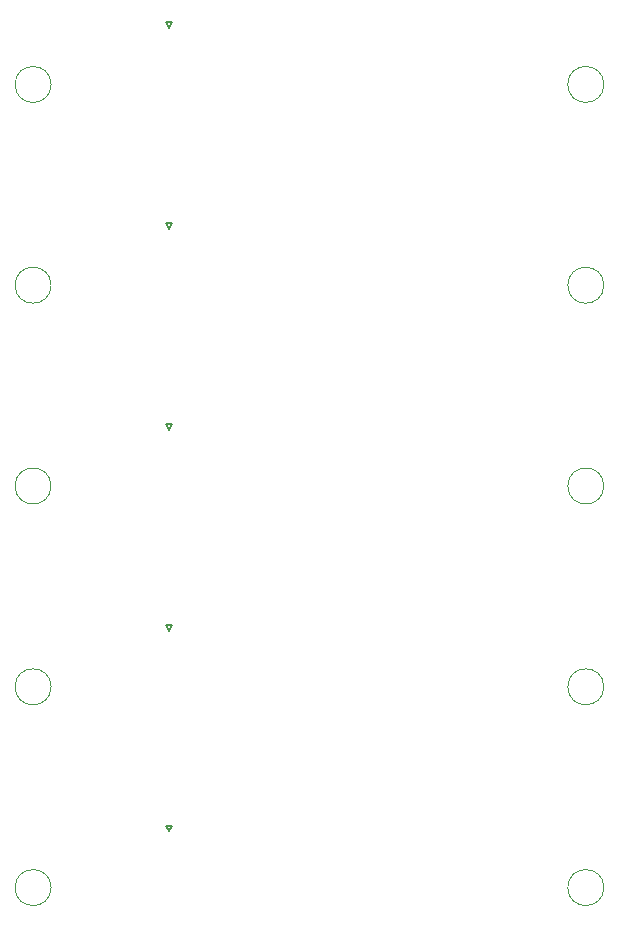
<source format=gto>
G04*
G04 #@! TF.GenerationSoftware,Altium Limited,Altium Designer,25.5.2 (35)*
G04*
G04 Layer_Color=65535*
%FSLAX44Y44*%
%MOMM*%
G71*
G04*
G04 #@! TF.SameCoordinates,67B56F09-9997-41D6-AB2B-D5ECDE41145E*
G04*
G04*
G04 #@! TF.FilePolarity,Positive*
G04*
G01*
G75*
%ADD10C,0.1500*%
%ADD36C,0.0500*%
D10*
X608315Y724504D02*
X610815Y729504D01*
X605815D02*
X608315Y724504D01*
X605815Y729504D02*
X610815D01*
X608315Y894504D02*
X610815Y899504D01*
X605815D02*
X608315Y894504D01*
X605815Y899504D02*
X610815D01*
X608315Y1064504D02*
X610815Y1069504D01*
X605815D02*
X608315Y1064504D01*
X605815Y1069504D02*
X610815D01*
X608315Y1234504D02*
X610815Y1239504D01*
X605815D02*
X608315Y1234504D01*
X605815Y1239504D02*
X610815D01*
X608315Y1404504D02*
X610815Y1409504D01*
X605815D02*
X608315Y1404504D01*
X605815Y1409504D02*
X610815D01*
D36*
X976254Y677004D02*
G03*
X976254Y677004I-15250J0D01*
G01*
X508254Y677004D02*
G03*
X508254Y677004I-15250J0D01*
G01*
X976254Y847004D02*
G03*
X976254Y847004I-15250J0D01*
G01*
X508254Y847004D02*
G03*
X508254Y847004I-15250J0D01*
G01*
X976254Y1017004D02*
G03*
X976254Y1017004I-15250J0D01*
G01*
X508254Y1017004D02*
G03*
X508254Y1017004I-15250J0D01*
G01*
X976254Y1187004D02*
G03*
X976254Y1187004I-15250J0D01*
G01*
X508254Y1187004D02*
G03*
X508254Y1187004I-15250J0D01*
G01*
X976254Y1357004D02*
G03*
X976254Y1357004I-15250J0D01*
G01*
X508254Y1357004D02*
G03*
X508254Y1357004I-15250J0D01*
G01*
M02*

</source>
